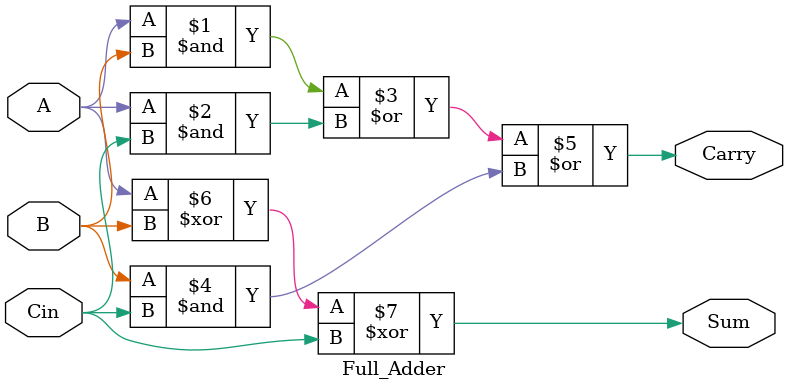
<source format=v>
module Full_Adder(
	input A, B, Cin, 
	output Sum, Carry
	);
	assign {Sum, Carry} = {A^B^Cin, (A&B)|(A&Cin)|(B&Cin)};
endmodule 



	
</source>
